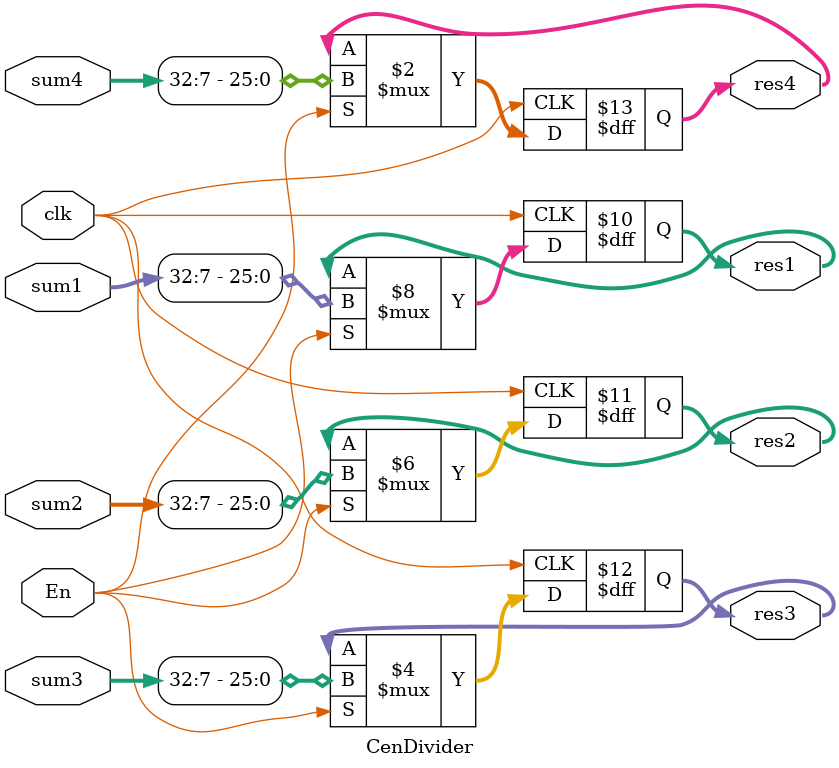
<source format=v>
module CenDivider(
	input wire En,
	input wire clk,
	
	input wire signed [39:0] sum1,
	input wire signed [39:0] sum2,
	input wire signed [39:0] sum3,
	input wire signed [39:0] sum4,
	
	output reg signed [25:0] res1,
	output reg signed [25:0] res2,
	output reg signed [25:0] res3,
	output reg signed [25:0] res4
	
);

always @(posedge clk)
begin
	if(En) begin
		res1 <= sum1[32:7];	// division by 128
		res2 <= sum2[32:7];
		res3 <= sum3[32:7];
		res4 <= sum4[32:7];
		
	end
end
endmodule

</source>
